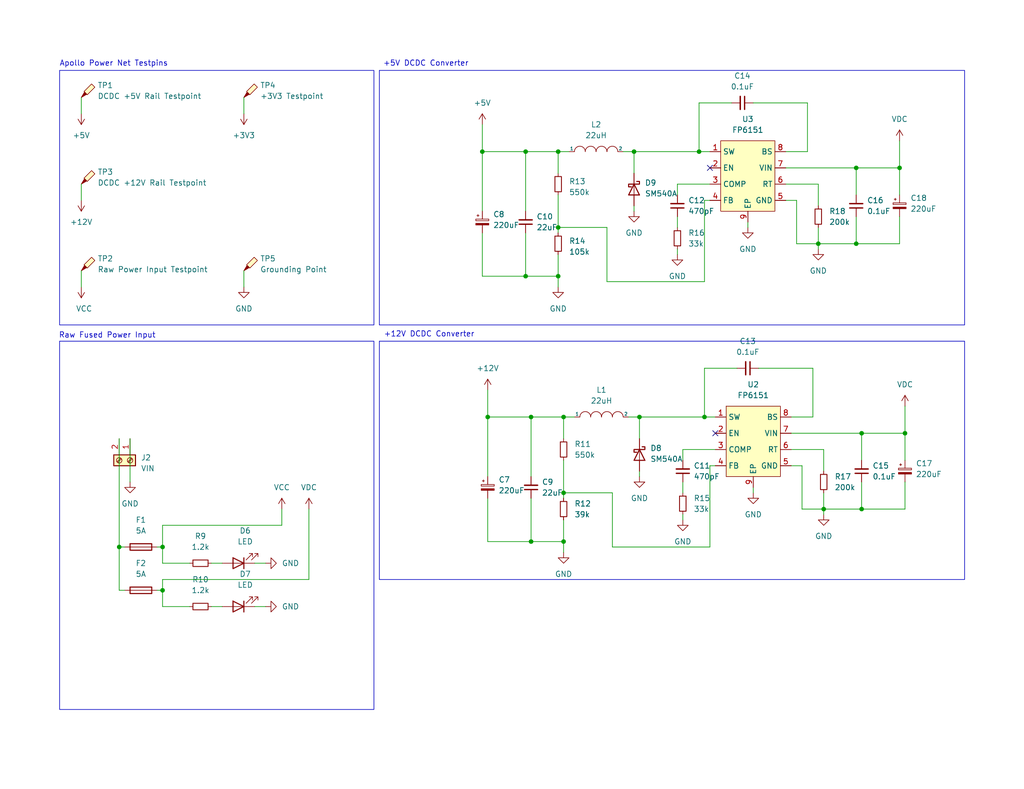
<source format=kicad_sch>
(kicad_sch (version 20231120) (generator "eeschema") (generator_version "8.0")
  (paper "User" 240 185)
  (title_block (title "Prometheus mSLA Apollo Power Supply Schematics") (date "2024-04-17") (rev "V3.6") (company "TheContrappostoShop") (comment 1 "Paul S. and Sam B."))
  (lib_symbols
    (symbol "Connector:Screw_Terminal_01x02" (pin_names (offset 1.016) hide)
      (property "Reference" "J" (at 0 2.54 0))
      (property "Value" "Screw_Terminal_01x02" (at 0 -5.08 0))
      (symbol "Screw_Terminal_01x02_1_1"
        (rectangle (start -1.27 1.27) (end 1.27 -3.81) (stroke (width 0.254)) (fill (type background)))
        (circle (center 0 -2.54) (radius 0.635) (stroke (width 0.1524)))
        (polyline (pts (xy -0.5334 -2.2098) (xy 0.3302 -3.048)) (stroke (width 0.1524)))
        (polyline (pts (xy -0.5334 0.3302) (xy 0.3302 -0.508)) (stroke (width 0.1524)))
        (polyline (pts (xy -0.3556 -2.032) (xy 0.508 -2.8702)) (stroke (width 0.1524)))
        (polyline (pts (xy -0.3556 0.508) (xy 0.508 -0.3302)) (stroke (width 0.1524)))
        (circle (center 0 0) (radius 0.635) (stroke (width 0.1524)))
        (pin passive line (at -5.08 0 0) (length 3.81) (name "Pin_1") (number "1"))
        (pin passive line (at -5.08 -2.54 0) (length 3.81) (name "Pin_2") (number "2"))
      )
    )
    (symbol "Connector:TestPoint_Probe" (pin_numbers hide) (pin_names (offset 0.762) hide)
      (property "Reference" "TP" (at 1.651 5.842 0))
      (property "Value" "TestPoint_Probe" (at 1.651 4.064 0))
      (symbol "TestPoint_Probe_0_1"
        (polyline (pts (xy 1.27 0.762) (xy 0 0) (xy 0.762 1.27) (xy 1.27 0.762)) (fill (type outline)))
        (polyline (pts (xy 1.397 0.635) (xy 0.635 1.397) (xy 2.413 3.175) (xy 3.175 2.413) (xy 1.397 0.635)) (fill (type background)))
      )
      (symbol "TestPoint_Probe_1_1"
        (pin passive line (at 0 0 90) (length 0) (name "1") (number "1"))
      )
    )
    (symbol "Custom:FP6151"
      (property "Reference" "U" (at -3.81 8.89 0))
      (property "Value" "FP6151" (at 5.08 -10.16 0))
      (symbol "FP6151_0_1"
        (rectangle (start -6.35 7.62) (end 6.35 -8.89) (fill (type background)))
      )
      (symbol "FP6151_1_1"
        (pin output line (at -8.89 5.08 0) (length 2.54) (name "SW") (number "1"))
        (pin input line (at -8.89 1.27 0) (length 2.54) (name "EN") (number "2"))
        (pin output line (at -8.89 -2.54 0) (length 2.54) (name "COMP") (number "3"))
        (pin input line (at -8.89 -6.35 0) (length 2.54) (name "FB") (number "4"))
        (pin power_out line (at 8.89 -6.35 180) (length 2.54) (name "GND") (number "5"))
        (pin input line (at 8.89 -2.54 180) (length 2.54) (name "RT") (number "6"))
        (pin power_in line (at 8.89 1.27 180) (length 2.54) (name "VIN") (number "7"))
        (pin output line (at 8.89 5.08 180) (length 2.54) (name "BS") (number "8"))
        (pin power_out line (at 0 -11.43 90) (length 2.54) (name "EP") (number "9"))
      )
    )
    (symbol "Device:C_Polarized_Small" (pin_numbers hide) (pin_names (offset 0.254) hide)
      (property "Reference" "C" (at 0.254 1.778 0))
      (property "Value" "C_Polarized_Small" (at 0.254 -2.032 0))
      (symbol "C_Polarized_Small_0_1"
        (rectangle (start -1.524 -0.3048) (end 1.524 -0.6858) (fill (type outline)))
        (rectangle (start -1.524 0.6858) (end 1.524 0.3048))
        (polyline (pts (xy -1.27 1.524) (xy -0.762 1.524)))
        (polyline (pts (xy -1.016 1.27) (xy -1.016 1.778)))
      )
      (symbol "C_Polarized_Small_1_1"
        (pin passive line (at 0 2.54 270) (length 1.8542) (name "~") (number "1"))
        (pin passive line (at 0 -2.54 90) (length 1.8542) (name "~") (number "2"))
      )
    )
    (symbol "Device:C_Small" (pin_numbers hide) (pin_names (offset 0.254) hide)
      (property "Reference" "C" (at 0.254 1.778 0))
      (property "Value" "C_Small" (at 0.254 -2.032 0))
      (symbol "C_Small_0_1"
        (polyline (pts (xy -1.524 -0.508) (xy 1.524 -0.508)) (stroke (width 0.3302)))
        (polyline (pts (xy -1.524 0.508) (xy 1.524 0.508)) (stroke (width 0.3048)))
      )
      (symbol "C_Small_1_1"
        (pin passive line (at 0 2.54 270) (length 2.032) (name "~") (number "1"))
        (pin passive line (at 0 -2.54 90) (length 2.032) (name "~") (number "2"))
      )
    )
    (symbol "Device:D_Schottky" (pin_numbers hide) (pin_names (offset 1.016) hide)
      (property "Reference" "D" (at 0 2.54 0))
      (property "Value" "D_Schottky" (at 0 -2.54 0))
      (symbol "D_Schottky_0_1"
        (polyline (pts (xy 1.27 0) (xy -1.27 0)))
        (polyline (pts (xy 1.27 1.27) (xy 1.27 -1.27) (xy -1.27 0) (xy 1.27 1.27)) (stroke (width 0.254)))
        (polyline (pts (xy -1.905 0.635) (xy -1.905 1.27) (xy -1.27 1.27) (xy -1.27 -1.27) (xy -0.635 -1.27) (xy -0.635 -0.635)) (stroke (width 0.254)))
      )
      (symbol "D_Schottky_1_1"
        (pin passive line (at -3.81 0 0) (length 2.54) (name "K") (number "1"))
        (pin passive line (at 3.81 0 180) (length 2.54) (name "A") (number "2"))
      )
    )
    (symbol "Device:Fuse" (pin_numbers hide) (pin_names (offset 0))
      (property "Reference" "F" (at 2.032 0 90))
      (property "Value" "Fuse" (at -1.905 0 90))
      (symbol "Fuse_0_1"
        (rectangle (start -0.762 -2.54) (end 0.762 2.54) (stroke (width 0.254)))
        (polyline (pts (xy 0 2.54) (xy 0 -2.54)))
      )
      (symbol "Fuse_1_1"
        (pin passive line (at 0 3.81 270) (length 1.27) (name "~") (number "1"))
        (pin passive line (at 0 -3.81 90) (length 1.27) (name "~") (number "2"))
      )
    )
    (symbol "Device:LED" (pin_numbers hide) (pin_names (offset 1.016) hide)
      (property "Reference" "D" (at 0 2.54 0))
      (property "Value" "LED" (at 0 -2.54 0))
      (symbol "LED_0_1"
        (polyline (pts (xy -1.27 -1.27) (xy -1.27 1.27)) (stroke (width 0.254)))
        (polyline (pts (xy -1.27 0) (xy 1.27 0)))
        (polyline (pts (xy 1.27 -1.27) (xy 1.27 1.27) (xy -1.27 0) (xy 1.27 -1.27)) (stroke (width 0.254)))
        (polyline (pts (xy -3.048 -0.762) (xy -4.572 -2.286) (xy -3.81 -2.286) (xy -4.572 -2.286) (xy -4.572 -1.524)))
        (polyline (pts (xy -1.778 -0.762) (xy -3.302 -2.286) (xy -2.54 -2.286) (xy -3.302 -2.286) (xy -3.302 -1.524)))
      )
      (symbol "LED_1_1"
        (pin passive line (at -3.81 0 0) (length 2.54) (name "K") (number "1"))
        (pin passive line (at 3.81 0 180) (length 2.54) (name "A") (number "2"))
      )
    )
    (symbol "Device:R_Small" (pin_numbers hide) (pin_names (offset 0.254) hide)
      (property "Reference" "R" (at 0.762 0.508 0))
      (property "Value" "R_Small" (at 0.762 -1.016 0))
      (symbol "R_Small_0_1"
        (rectangle (start -0.762 1.778) (end 0.762 -1.778) (stroke (width 0.2032)))
      )
      (symbol "R_Small_1_1"
        (pin passive line (at 0 2.54 270) (length 0.762) (name "~") (number "1"))
        (pin passive line (at 0 -2.54 90) (length 0.762) (name "~") (number "2"))
      )
    )
    (symbol "power:+12V" (power) (pin_names (offset 0))
      (property "Value" "+12V" (at 0 3.556 0))
      (symbol "+12V_0_1"
        (polyline (pts (xy -0.762 1.27) (xy 0 2.54)))
        (polyline (pts (xy 0 0) (xy 0 2.54)))
        (polyline (pts (xy 0 2.54) (xy 0.762 1.27)))
      )
      (symbol "+12V_1_1"
        (pin power_in line (at 0 0 90) (length 0) hide (name "+12V") (number "1"))
      )
    )
    (symbol "power:+3.3V" (power) (pin_names (offset 0))
      (property "Value" "+3.3V" (at 0 3.556 0))
      (symbol "+3.3V_0_1"
        (polyline (pts (xy -0.762 1.27) (xy 0 2.54)))
        (polyline (pts (xy 0 0) (xy 0 2.54)))
        (polyline (pts (xy 0 2.54) (xy 0.762 1.27)))
      )
      (symbol "+3.3V_1_1"
        (pin power_in line (at 0 0 90) (length 0) hide (name "+3V3") (number "1"))
      )
    )
    (symbol "power:+5V" (power) (pin_names (offset 0))
      (property "Value" "+5V" (at 0 3.556 0))
      (symbol "+5V_0_1"
        (polyline (pts (xy -0.762 1.27) (xy 0 2.54)))
        (polyline (pts (xy 0 0) (xy 0 2.54)))
        (polyline (pts (xy 0 2.54) (xy 0.762 1.27)))
      )
      (symbol "+5V_1_1"
        (pin power_in line (at 0 0 90) (length 0) hide (name "+5V") (number "1"))
      )
    )
    (symbol "power:GND" (power) (pin_names (offset 0))
      (property "Value" "GND" (at 0 -3.81 0))
      (symbol "GND_0_1"
        (polyline (pts (xy 0 0) (xy 0 -1.27) (xy 1.27 -1.27) (xy 0 -2.54) (xy -1.27 -1.27) (xy 0 -1.27)))
      )
      (symbol "GND_1_1"
        (pin power_in line (at 0 0 270) (length 0) hide (name "GND") (number "1"))
      )
    )
    (symbol "power:VCC" (power) (pin_names (offset 0))
      (property "Value" "VCC" (at 0 3.81 0))
      (symbol "VCC_0_1"
        (polyline (pts (xy -0.762 1.27) (xy 0 2.54)))
        (polyline (pts (xy 0 0) (xy 0 2.54)))
        (polyline (pts (xy 0 2.54) (xy 0.762 1.27)))
      )
      (symbol "VCC_1_1"
        (pin power_in line (at 0 0 90) (length 0) hide (name "VCC") (number "1"))
      )
    )
    (symbol "power:VDC" (power) (pin_names (offset 0))
      (property "Value" "VDC" (at 0 6.35 0))
      (symbol "VDC_0_1"
        (polyline (pts (xy -0.762 1.27) (xy 0 2.54)))
        (polyline (pts (xy 0 0) (xy 0 2.54)))
        (polyline (pts (xy 0 2.54) (xy 0.762 1.27)))
      )
      (symbol "VDC_1_1"
        (pin power_in line (at 0 0 90) (length 0) hide (name "VDC") (number "1"))
      )
    )
    (symbol "pspice:INDUCTOR" (pin_numbers hide) (pin_names (offset 0))
      (property "Reference" "L" (at 0 2.54 0))
      (property "Value" "INDUCTOR" (at 0 -1.27 0))
      (symbol "INDUCTOR_0_1"
        (arc (start -2.54 0) (mid -3.81 1.2645) (end -5.08 0))
        (arc (start 0 0) (mid -1.27 1.2645) (end -2.54 0))
        (arc (start 2.54 0) (mid 1.27 1.2645) (end 0 0))
        (arc (start 5.08 0) (mid 3.81 1.2645) (end 2.54 0))
      )
      (symbol "INDUCTOR_1_1"
        (pin input line (at -6.35 0 0) (length 1.27) (name "1") (number "1"))
        (pin input line (at 6.35 0 180) (length 1.27) (name "2") (number "2"))
      )
    )
  )
  (junction (at 201.93 119.38))
  (junction (at 200.66 57.15))
  (junction (at 27.94 128.27))
  (junction (at 124.46 97.79))
  (junction (at 130.81 35.56))
  (junction (at 210.82 39.37))
  (junction (at 123.19 64.77))
  (junction (at 132.08 115.57))
  (junction (at 130.81 64.77))
  (junction (at 163.83 35.56))
  (junction (at 113.03 35.56))
  (junction (at 149.86 97.79))
  (junction (at 191.77 57.15))
  (junction (at 148.59 35.56))
  (junction (at 124.46 127))
  (junction (at 165.1 97.79))
  (junction (at 114.3 97.79))
  (junction (at 193.04 119.38))
  (junction (at 212.09 101.6))
  (junction (at 38.1 128.27))
  (junction (at 123.19 35.56))
  (junction (at 38.1 138.43))
  (junction (at 132.08 97.79))
  (junction (at 201.93 101.6))
  (junction (at 200.66 39.37))
  (junction (at 132.08 127))
  (junction (at 130.81 53.34))
  (no_connect (at 166.37 39.37))
  (no_connect (at 167.64 101.6))
  (wire (pts (xy 189.23 24.13) (xy 189.23 35.56)))
  (wire (pts (xy 38.1 128.27) (xy 38.1 123.19)))
  (wire (pts (xy 210.82 57.15) (xy 200.66 57.15)))
  (wire (pts (xy 210.82 39.37) (xy 210.82 45.72)))
  (wire (pts (xy 132.08 97.79) (xy 132.08 102.87)))
  (wire (pts (xy 49.53 132.08) (xy 52.07 132.08)))
  (wire (pts (xy 123.19 64.77) (xy 130.81 64.77)))
  (wire (pts (xy 166.37 46.99) (xy 165.1 46.99)))
  (wire (pts (xy 212.09 95.25) (xy 212.09 101.6)))
  (wire (pts (xy 130.81 67.31) (xy 130.81 64.77)))
  (wire (pts (xy 201.93 101.6) (xy 201.93 107.95)))
  (wire (pts (xy 149.86 111.76) (xy 149.86 110.49)))
  (wire (pts (xy 29.21 128.27) (xy 27.94 128.27)))
  (wire (pts (xy 191.77 57.15) (xy 200.66 57.15)))
  (wire (pts (xy 160.02 121.92) (xy 160.02 120.65)))
  (wire (pts (xy 176.53 24.13) (xy 189.23 24.13)))
  (wire (pts (xy 114.3 91.44) (xy 114.3 97.79)))
  (wire (pts (xy 166.37 109.22) (xy 166.37 128.27)))
  (wire (pts (xy 167.64 109.22) (xy 166.37 109.22)))
  (wire (pts (xy 113.03 64.77) (xy 113.03 54.61)))
  (wire (pts (xy 200.66 50.8) (xy 200.66 57.15)))
  (wire (pts (xy 38.1 132.08) (xy 38.1 128.27)))
  (wire (pts (xy 165.1 46.99) (xy 165.1 66.04)))
  (wire (pts (xy 57.15 22.86) (xy 57.15 26.67)))
  (wire (pts (xy 148.59 40.64) (xy 148.59 35.56)))
  (wire (pts (xy 166.37 128.27) (xy 143.51 128.27)))
  (wire (pts (xy 176.53 115.57) (xy 176.53 114.3)))
  (wire (pts (xy 193.04 110.49) (xy 193.04 105.41)))
  (wire (pts (xy 158.75 50.8) (xy 158.75 53.34)))
  (wire (pts (xy 165.1 66.04) (xy 142.24 66.04)))
  (wire (pts (xy 177.8 86.36) (xy 190.5 86.36)))
  (wire (pts (xy 185.42 101.6) (xy 201.93 101.6)))
  (wire (pts (xy 66.04 123.19) (xy 66.04 119.38)))
  (wire (pts (xy 163.83 35.56) (xy 163.83 24.13)))
  (wire (pts (xy 124.46 97.79) (xy 132.08 97.79)))
  (wire (pts (xy 114.3 127) (xy 114.3 116.84)))
  (wire (pts (xy 163.83 35.56) (xy 166.37 35.56)))
  (wire (pts (xy 185.42 105.41) (xy 193.04 105.41)))
  (wire (pts (xy 132.08 97.79) (xy 134.62 97.79)))
  (wire (pts (xy 19.05 43.18) (xy 19.05 46.99)))
  (wire (pts (xy 193.04 115.57) (xy 193.04 119.38)))
  (wire (pts (xy 38.1 138.43) (xy 38.1 135.89)))
  (wire (pts (xy 212.09 113.03) (xy 212.09 119.38)))
  (wire (pts (xy 124.46 111.76) (xy 124.46 97.79)))
  (wire (pts (xy 175.26 53.34) (xy 175.26 52.07)))
  (wire (pts (xy 123.19 49.53) (xy 123.19 35.56)))
  (wire (pts (xy 124.46 127) (xy 132.08 127)))
  (wire (pts (xy 123.19 54.61) (xy 123.19 64.77)))
  (wire (pts (xy 38.1 128.27) (xy 36.83 128.27)))
  (wire (pts (xy 165.1 86.36) (xy 172.72 86.36)))
  (wire (pts (xy 123.19 64.77) (xy 113.03 64.77)))
  (wire (pts (xy 142.24 53.34) (xy 130.81 53.34)))
  (wire (pts (xy 132.08 115.57) (xy 132.08 116.84)))
  (wire (pts (xy 160.02 105.41) (xy 167.64 105.41)))
  (wire (pts (xy 44.45 142.24) (xy 38.1 142.24)))
  (wire (pts (xy 142.24 66.04) (xy 142.24 53.34)))
  (wire (pts (xy 27.94 128.27) (xy 27.94 138.43)))
  (wire (pts (xy 49.53 142.24) (xy 52.07 142.24)))
  (wire (pts (xy 193.04 120.65) (xy 193.04 119.38)))
  (wire (pts (xy 187.96 109.22) (xy 187.96 119.38)))
  (wire (pts (xy 193.04 119.38) (xy 201.93 119.38)))
  (wire (pts (xy 130.81 35.56) (xy 130.81 40.64)))
  (wire (pts (xy 200.66 39.37) (xy 210.82 39.37)))
  (wire (pts (xy 113.03 29.21) (xy 113.03 35.56)))
  (wire (pts (xy 130.81 53.34) (xy 130.81 54.61)))
  (wire (pts (xy 44.45 132.08) (xy 38.1 132.08)))
  (wire (pts (xy 185.42 109.22) (xy 187.96 109.22)))
  (wire (pts (xy 147.32 97.79) (xy 149.86 97.79)))
  (wire (pts (xy 201.93 113.03) (xy 201.93 119.38)))
  (wire (pts (xy 38.1 138.43) (xy 36.83 138.43)))
  (wire (pts (xy 184.15 46.99) (xy 186.69 46.99)))
  (wire (pts (xy 124.46 116.84) (xy 124.46 127)))
  (wire (pts (xy 165.1 97.79) (xy 167.64 97.79)))
  (wire (pts (xy 191.77 58.42) (xy 191.77 57.15)))
  (wire (pts (xy 189.23 35.56) (xy 184.15 35.56)))
  (wire (pts (xy 38.1 123.19) (xy 66.04 123.19)))
  (wire (pts (xy 184.15 39.37) (xy 200.66 39.37)))
  (wire (pts (xy 160.02 113.03) (xy 160.02 115.57)))
  (wire (pts (xy 149.86 97.79) (xy 165.1 97.79)))
  (wire (pts (xy 124.46 127) (xy 114.3 127)))
  (wire (pts (xy 62.23 142.24) (xy 59.69 142.24)))
  (wire (pts (xy 38.1 142.24) (xy 38.1 138.43)))
  (wire (pts (xy 30.48 102.87) (xy 30.48 113.03)))
  (wire (pts (xy 148.59 49.53) (xy 148.59 48.26)))
  (wire (pts (xy 191.77 48.26) (xy 191.77 43.18)))
  (wire (pts (xy 190.5 86.36) (xy 190.5 97.79)))
  (wire (pts (xy 143.51 115.57) (xy 132.08 115.57)))
  (wire (pts (xy 114.3 97.79) (xy 124.46 97.79)))
  (wire (pts (xy 130.81 35.56) (xy 133.35 35.56)))
  (wire (pts (xy 130.81 53.34) (xy 130.81 45.72)))
  (wire (pts (xy 160.02 107.95) (xy 160.02 105.41)))
  (wire (pts (xy 163.83 24.13) (xy 171.45 24.13)))
  (wire (pts (xy 158.75 43.18) (xy 166.37 43.18)))
  (wire (pts (xy 212.09 101.6) (xy 212.09 107.95)))
  (wire (pts (xy 146.05 35.56) (xy 148.59 35.56)))
  (wire (pts (xy 149.86 102.87) (xy 149.86 97.79)))
  (wire (pts (xy 132.08 129.54) (xy 132.08 127)))
  (wire (pts (xy 186.69 57.15) (xy 191.77 57.15)))
  (wire (pts (xy 72.39 119.38) (xy 72.39 135.89)))
  (wire (pts (xy 38.1 135.89) (xy 72.39 135.89)))
  (wire (pts (xy 186.69 46.99) (xy 186.69 57.15)))
  (wire (pts (xy 130.81 64.77) (xy 130.81 59.69)))
  (wire (pts (xy 114.3 111.76) (xy 114.3 97.79)))
  (wire (pts (xy 158.75 45.72) (xy 158.75 43.18)))
  (wire (pts (xy 123.19 35.56) (xy 130.81 35.56)))
  (wire (pts (xy 113.03 35.56) (xy 123.19 35.56)))
  (wire (pts (xy 191.77 53.34) (xy 191.77 57.15)))
  (wire (pts (xy 148.59 35.56) (xy 163.83 35.56)))
  (wire (pts (xy 143.51 128.27) (xy 143.51 115.57)))
  (wire (pts (xy 19.05 63.5) (xy 19.05 67.31)))
  (wire (pts (xy 27.94 102.87) (xy 27.94 128.27)))
  (wire (pts (xy 212.09 119.38) (xy 201.93 119.38)))
  (wire (pts (xy 201.93 101.6) (xy 212.09 101.6)))
  (wire (pts (xy 200.66 39.37) (xy 200.66 45.72)))
  (wire (pts (xy 57.15 63.5) (xy 57.15 67.31)))
  (wire (pts (xy 29.21 138.43) (xy 27.94 138.43)))
  (wire (pts (xy 19.05 22.86) (xy 19.05 26.67)))
  (wire (pts (xy 210.82 33.02) (xy 210.82 39.37)))
  (wire (pts (xy 132.08 127) (xy 132.08 121.92)))
  (wire (pts (xy 113.03 49.53) (xy 113.03 35.56)))
  (wire (pts (xy 158.75 59.69) (xy 158.75 58.42)))
  (wire (pts (xy 190.5 97.79) (xy 185.42 97.79)))
  (wire (pts (xy 187.96 119.38) (xy 193.04 119.38)))
  (wire (pts (xy 165.1 97.79) (xy 165.1 86.36)))
  (wire (pts (xy 62.23 132.08) (xy 59.69 132.08)))
  (wire (pts (xy 132.08 115.57) (xy 132.08 107.95)))
  (wire (pts (xy 210.82 50.8) (xy 210.82 57.15)))
  (wire (pts (xy 184.15 43.18) (xy 191.77 43.18)))
  (rectangle (start 88.9 16.51) (end 226.06 76.2))
  (rectangle (start 13.97 80.01) (end 87.63 166.37))
  (rectangle (start 88.9 80.01) (end 226.06 135.89))
  (rectangle (start 13.97 16.51) (end 87.63 76.2))
  (text "+5V DCDC Converter" (at 99.822 14.986 0) (effects (font (size 1.27 1.27))))
  (text "Raw Fused Power Input" (at 25.146 78.74 0) (effects (font (size 1.27 1.27))))
  (text "Apollo Power Net Testpins" (at 26.67 14.986 0) (effects (font (size 1.27 1.27))))
  (text "+12V DCDC Converter" (at 100.584 78.486 0) (effects (font (size 1.27 1.27))))
  (symbol (lib_id "Device:C_Polarized_Small") (at 113.03 52.07 0) (unit 1)
    (property "Reference" "C8" (at 115.57 50.2538 0) (effects (justify left)))
    (property "Value" "220uF" (at 115.57 52.7938 0) (effects (justify left)))
    (property "Footprint" "Capacitor_SMD:CP_Elec_8x10.5" (effects (hide yes)))
  )
  (symbol (lib_id "Device:C_Small") (at 158.75 48.26 180) (unit 1)
    (property "Reference" "C12" (at 161.29 46.9835 0) (effects (justify right)))
    (property "Value" "470pF" (at 161.29 49.5235 0) (effects (justify right)))
    (property "Footprint" "Capacitor_SMD:C_0603_1608Metric" (effects (hide yes)))
  )
  (symbol (lib_id "Device:R_Small") (at 132.08 105.41 0) (unit 1)
    (property "Reference" "R11" (at 134.62 104.1399 0) (effects (justify left)))
    (property "Value" "550k" (at 134.62 106.6799 0) (effects (justify left)))
    (property "Footprint" "Resistor_SMD:R_0603_1608Metric" (effects (hide yes)))
  )
  (symbol (lib_id "Connector:TestPoint_Probe") (at 57.15 22.86 0) (unit 1)
    (property "Reference" "TP4" (at 60.96 20.0024 0) (effects (justify left)))
    (property "Value" "+3V3 Testpoint" (at 60.96 22.5424 0) (effects (justify left)))
    (property "Footprint" "TestPoint:TestPoint_Pad_3.0x3.0mm" (effects (hide yes)))
  )
  (symbol (lib_id "Device:LED") (at 55.88 142.24 180) (unit 1)
    (property "Reference" "D7" (at 57.4675 134.62 0))
    (property "Value" "LED" (at 57.4675 137.16 0))
    (property "Footprint" "LED_SMD:LED_0603_1608Metric" (effects (hide yes)))
  )
  (symbol (lib_id "power:GND") (at 175.26 53.34 0) (unit 1)
    (property "Reference" "#PWR029" (effects (hide yes)))
    (property "Value" "GND" (at 175.26 58.42 0))
  )
  (symbol (lib_id "power:GND") (at 57.15 67.31 0) (unit 1)
    (property "Reference" "#PWR05" (effects (hide yes)))
    (property "Value" "GND" (at 57.15 72.39 0))
  )
  (symbol (lib_id "power:VDC") (at 212.09 95.25 0) (unit 1)
    (property "Reference" "#PWR032" (effects (hide yes)))
    (property "Value" "VDC" (at 212.09 90.17 0))
  )
  (symbol (lib_id "power:GND") (at 30.48 113.03 0) (unit 1)
    (property "Reference" "#PWR015" (effects (hide yes)))
    (property "Value" "GND" (at 30.48 118.11 0))
  )
  (symbol (lib_id "Device:R_Small") (at 130.81 57.15 0) (unit 1)
    (property "Reference" "R14" (at 133.35 56.515 0) (effects (justify left)))
    (property "Value" "105k" (at 133.35 59.055 0) (effects (justify left)))
    (property "Footprint" "Resistor_SMD:R_0603_1608Metric" (effects (hide yes)))
  )
  (symbol (lib_id "power:VDC") (at 72.39 119.38 0) (unit 1)
    (property "Reference" "#PWR019" (effects (hide yes)))
    (property "Value" "VDC" (at 72.39 114.3 0))
  )
  (symbol (lib_id "Device:C_Small") (at 124.46 114.3 180) (unit 1)
    (property "Reference" "C9" (at 127 113.0235 0) (effects (justify right)))
    (property "Value" "22uF" (at 127 115.5635 0) (effects (justify right)))
    (property "Footprint" "Capacitor_SMD:C_0603_1608Metric" (effects (hide yes)))
  )
  (symbol (lib_id "power:VCC") (at 66.04 119.38 0) (unit 1)
    (property "Reference" "#PWR018" (effects (hide yes)))
    (property "Value" "VCC" (at 66.04 114.3 0))
  )
  (symbol (lib_id "Connector:TestPoint_Probe") (at 19.05 63.5 0) (unit 1)
    (property "Reference" "TP2" (at 22.86 60.6424 0) (effects (justify left)))
    (property "Value" "Raw Power Input Testpoint" (at 22.86 63.1824 0) (effects (justify left)))
    (property "Footprint" "TestPoint:TestPoint_Pad_3.0x3.0mm" (effects (hide yes)))
  )
  (symbol (lib_id "power:+3.3V") (at 57.15 26.67 180) (unit 1)
    (property "Reference" "#PWR04" (effects (hide yes)))
    (property "Value" "+3V3" (at 57.15 31.75 0))
  )
  (symbol (lib_id "Device:C_Polarized_Small") (at 114.3 114.3 0) (unit 1)
    (property "Reference" "C7" (at 116.84 112.4838 0) (effects (justify left)))
    (property "Value" "220uF" (at 116.84 115.0238 0) (effects (justify left)))
    (property "Footprint" "Capacitor_SMD:CP_Elec_8x10.5" (effects (hide yes)))
  )
  (symbol (lib_id "Custom:FP6151") (at 176.53 102.87 0) (unit 1)
    (property "Reference" "U2" (at 176.53 90.17 0))
    (property "Value" "FP6151" (at 176.53 92.71 0))
    (property "Footprint" "Package_SO:HSOP-8-1EP_3.9x4.9mm_P1.27mm_EP2.3x2.3mm" (effects (hide yes)))
  )
  (symbol (lib_id "Device:C_Small") (at 160.02 110.49 180) (unit 1)
    (property "Reference" "C11" (at 162.56 109.2135 0) (effects (justify right)))
    (property "Value" "470pF" (at 162.56 111.7535 0) (effects (justify right)))
    (property "Footprint" "Capacitor_SMD:C_0603_1608Metric" (effects (hide yes)))
  )
  (symbol (lib_id "Device:LED") (at 55.88 132.08 180) (unit 1)
    (property "Reference" "D6" (at 57.4675 124.46 0))
    (property "Value" "LED" (at 57.4675 127 0))
    (property "Footprint" "LED_SMD:LED_0603_1608Metric" (effects (hide yes)))
  )
  (symbol (lib_id "Device:C_Small") (at 200.66 48.26 180) (unit 1)
    (property "Reference" "C16" (at 203.2 46.9835 0) (effects (justify right)))
    (property "Value" "0.1uF" (at 203.2 49.5235 0) (effects (justify right)))
    (property "Footprint" "Capacitor_SMD:C_0603_1608Metric" (effects (hide yes)))
  )
  (symbol (lib_id "power:GND") (at 62.23 142.24 90) (unit 1)
    (property "Reference" "#PWR017" (effects (hide yes)))
    (property "Value" "GND" (at 66.04 142.2399 90) (effects (justify right)))
  )
  (symbol (lib_id "Device:D_Schottky") (at 149.86 106.68 270) (unit 1)
    (property "Reference" "D8" (at 152.4 105.0924 90) (effects (justify left)))
    (property "Value" "SM540A" (at 152.4 107.6324 90) (effects (justify left)))
    (property "Footprint" "Diode_SMD:D_SMA" (effects (hide yes)))
  )
  (symbol (lib_id "Device:R_Small") (at 130.81 43.18 0) (unit 1)
    (property "Reference" "R13" (at 133.35 42.545 0) (effects (justify left)))
    (property "Value" "550k" (at 133.35 45.085 0) (effects (justify left)))
    (property "Footprint" "Resistor_SMD:R_0603_1608Metric" (effects (hide yes)))
  )
  (symbol (lib_id "Connector:TestPoint_Probe") (at 19.05 22.86 0) (unit 1)
    (property "Reference" "TP1" (at 22.86 20.0024 0) (effects (justify left)))
    (property "Value" "DCDC +5V Rail Testpoint" (at 22.86 22.5424 0) (effects (justify left)))
    (property "Footprint" "TestPoint:TestPoint_Pad_3.0x3.0mm" (effects (hide yes)))
  )
  (symbol (lib_id "Device:R_Small") (at 132.08 119.38 0) (unit 1)
    (property "Reference" "R12" (at 134.62 118.1099 0) (effects (justify left)))
    (property "Value" "39k" (at 134.62 120.6499 0) (effects (justify left)))
    (property "Footprint" "Resistor_SMD:R_0603_1608Metric" (effects (hide yes)))
  )
  (symbol (lib_id "pspice:INDUCTOR") (at 140.97 97.79 0) (unit 1)
    (property "Reference" "L1" (at 140.97 91.44 0))
    (property "Value" "22uH" (at 140.97 93.98 0))
    (property "Footprint" "Inductor_SMD:L_12x12mm_H8mm" (effects (hide yes)))
  )
  (symbol (lib_id "Connector:Screw_Terminal_01x02") (at 30.48 107.95 270) (unit 1)
    (property "Reference" "J2" (at 33.02 107.315 90) (effects (justify left)))
    (property "Value" "VIN" (at 33.02 109.855 90) (effects (justify left)))
    (property "Footprint" "Connector_Phoenix_MSTB:PhoenixContact_MSTBVA_2,5_2-G-5,08_1x02_P5.08mm_Vertical" (effects (hide yes)))
  )
  (symbol (lib_id "Device:R_Small") (at 158.75 55.88 0) (unit 1)
    (property "Reference" "R16" (at 161.29 54.6099 0) (effects (justify left)))
    (property "Value" "33k" (at 161.29 57.1499 0) (effects (justify left)))
    (property "Footprint" "Resistor_SMD:R_0603_1608Metric" (effects (hide yes)))
  )
  (symbol (lib_id "power:GND") (at 160.02 121.92 0) (unit 1)
    (property "Reference" "#PWR026" (effects (hide yes)))
    (property "Value" "GND" (at 160.02 127 0))
  )
  (symbol (lib_id "Device:R_Small") (at 46.99 132.08 90) (unit 1)
    (property "Reference" "R9" (at 46.99 125.73 90))
    (property "Value" "1.2k" (at 46.99 128.27 90))
    (property "Footprint" "Resistor_SMD:R_0603_1608Metric" (effects (hide yes)))
  )
  (symbol (lib_id "Device:R_Small") (at 191.77 50.8 0) (unit 1)
    (property "Reference" "R18" (at 194.31 49.5299 0) (effects (justify left)))
    (property "Value" "200k" (at 194.31 52.0699 0) (effects (justify left)))
    (property "Footprint" "Resistor_SMD:R_0603_1608Metric" (effects (hide yes)))
  )
  (symbol (lib_id "Device:R_Small") (at 160.02 118.11 0) (unit 1)
    (property "Reference" "R15" (at 162.56 116.8399 0) (effects (justify left)))
    (property "Value" "33k" (at 162.56 119.3799 0) (effects (justify left)))
    (property "Footprint" "Resistor_SMD:R_0603_1608Metric" (effects (hide yes)))
  )
  (symbol (lib_id "power:+12V") (at 114.3 91.44 0) (unit 1)
    (property "Reference" "#PWR020" (effects (hide yes)))
    (property "Value" "+12V" (at 114.3 86.36 0))
  )
  (symbol (lib_id "Device:Fuse") (at 33.02 138.43 90) (unit 1)
    (property "Reference" "F2" (at 33.02 132.08 90))
    (property "Value" "5A" (at 33.02 134.62 90))
    (property "Footprint" "Fuse:Fuseholder_Blade_Mini_Keystone_3568" (effects (hide yes)))
  )
  (symbol (lib_id "power:GND") (at 148.59 49.53 0) (unit 1)
    (property "Reference" "#PWR025" (effects (hide yes)))
    (property "Value" "GND" (at 148.59 54.61 0))
  )
  (symbol (lib_id "power:GND") (at 149.86 111.76 0) (unit 1)
    (property "Reference" "#PWR024" (effects (hide yes)))
    (property "Value" "GND" (at 149.86 116.84 0))
  )
  (symbol (lib_id "Device:C_Small") (at 201.93 110.49 180) (unit 1)
    (property "Reference" "C15" (at 204.47 109.2135 0) (effects (justify right)))
    (property "Value" "0.1uF" (at 204.47 111.7535 0) (effects (justify right)))
    (property "Footprint" "Capacitor_SMD:C_0603_1608Metric" (effects (hide yes)))
  )
  (symbol (lib_id "power:GND") (at 130.81 67.31 0) (unit 1)
    (property "Reference" "#PWR023" (effects (hide yes)))
    (property "Value" "GND" (at 130.81 72.39 0))
  )
  (symbol (lib_id "Device:C_Polarized_Small") (at 212.09 110.49 0) (unit 1)
    (property "Reference" "C17" (at 214.63 108.6738 0) (effects (justify left)))
    (property "Value" "220uF" (at 214.63 111.2138 0) (effects (justify left)))
    (property "Footprint" "Capacitor_SMD:CP_Elec_8x10.5" (effects (hide yes)))
  )
  (symbol (lib_id "Device:R_Small") (at 193.04 113.03 0) (unit 1)
    (property "Reference" "R17" (at 195.58 111.7599 0) (effects (justify left)))
    (property "Value" "200k" (at 195.58 114.2999 0) (effects (justify left)))
    (property "Footprint" "Resistor_SMD:R_0603_1608Metric" (effects (hide yes)))
  )
  (symbol (lib_id "power:+5V") (at 19.05 26.67 180) (unit 1)
    (property "Reference" "#PWR01" (effects (hide yes)))
    (property "Value" "+5V" (at 19.05 31.75 0))
  )
  (symbol (lib_id "Device:Fuse") (at 33.02 128.27 90) (unit 1)
    (property "Reference" "F1" (at 33.02 121.92 90))
    (property "Value" "5A" (at 33.02 124.46 90))
    (property "Footprint" "Fuse:Fuseholder_Blade_Mini_Keystone_3568" (effects (hide yes)))
  )
  (symbol (lib_id "Device:C_Polarized_Small") (at 210.82 48.26 0) (unit 1)
    (property "Reference" "C18" (at 213.36 46.4438 0) (effects (justify left)))
    (property "Value" "220uF" (at 213.36 48.9838 0) (effects (justify left)))
    (property "Footprint" "Capacitor_SMD:CP_Elec_8x10.5" (effects (hide yes)))
  )
  (symbol (lib_id "power:GND") (at 158.75 59.69 0) (unit 1)
    (property "Reference" "#PWR027" (effects (hide yes)))
    (property "Value" "GND" (at 158.75 64.77 0))
  )
  (symbol (lib_id "power:GND") (at 176.53 115.57 0) (unit 1)
    (property "Reference" "#PWR028" (effects (hide yes)))
    (property "Value" "GND" (at 176.53 120.65 0))
  )
  (symbol (lib_id "Device:C_Small") (at 175.26 86.36 270) (unit 1)
    (property "Reference" "C13" (at 175.2536 80.01 90))
    (property "Value" "0.1uF" (at 175.2536 82.55 90))
    (property "Footprint" "Capacitor_SMD:C_0603_1608Metric" (effects (hide yes)))
  )
  (symbol (lib_id "Device:R_Small") (at 46.99 142.24 90) (unit 1)
    (property "Reference" "R10" (at 46.99 135.89 90))
    (property "Value" "1.2k" (at 46.99 138.43 90))
    (property "Footprint" "Resistor_SMD:R_0603_1608Metric" (effects (hide yes)))
  )
  (symbol (lib_id "Custom:FP6151") (at 175.26 40.64 0) (unit 1)
    (property "Reference" "U3" (at 175.26 27.94 0))
    (property "Value" "FP6151" (at 175.26 30.48 0))
    (property "Footprint" "Package_SO:HSOP-8-1EP_3.9x4.9mm_P1.27mm_EP2.3x2.3mm" (effects (hide yes)))
  )
  (symbol (lib_id "power:+5V") (at 113.03 29.21 0) (unit 1)
    (property "Reference" "#PWR021" (effects (hide yes)))
    (property "Value" "+5V" (at 113.03 24.13 0))
  )
  (symbol (lib_id "power:VCC") (at 19.05 67.31 180) (unit 1)
    (property "Reference" "#PWR02" (effects (hide yes)))
    (property "Value" "VCC" (at 17.78 72.39 0) (effects (justify right)))
  )
  (symbol (lib_id "Device:C_Small") (at 123.19 52.07 180) (unit 1)
    (property "Reference" "C10" (at 125.73 50.7935 0) (effects (justify right)))
    (property "Value" "22uF" (at 125.73 53.3335 0) (effects (justify right)))
    (property "Footprint" "Capacitor_SMD:C_0603_1608Metric" (effects (hide yes)))
  )
  (symbol (lib_id "Device:D_Schottky") (at 148.59 44.45 270) (unit 1)
    (property "Reference" "D9" (at 151.13 42.8624 90) (effects (justify left)))
    (property "Value" "SM540A" (at 151.13 45.4024 90) (effects (justify left)))
    (property "Footprint" "Diode_SMD:D_SMA" (effects (hide yes)))
  )
  (symbol (lib_id "power:GND") (at 191.77 58.42 0) (unit 1)
    (property "Reference" "#PWR031" (effects (hide yes)))
    (property "Value" "GND" (at 191.77 63.5 0))
  )
  (symbol (lib_id "Connector:TestPoint_Probe") (at 19.05 43.18 0) (unit 1)
    (property "Reference" "TP3" (at 22.86 40.3224 0) (effects (justify left)))
    (property "Value" "DCDC +12V Rail Testpoint" (at 22.86 42.8624 0) (effects (justify left)))
    (property "Footprint" "TestPoint:TestPoint_Pad_3.0x3.0mm" (effects (hide yes)))
  )
  (symbol (lib_id "power:GND") (at 62.23 132.08 90) (unit 1)
    (property "Reference" "#PWR016" (effects (hide yes)))
    (property "Value" "GND" (at 66.04 132.0799 90) (effects (justify right)))
  )
  (symbol (lib_id "power:+12V") (at 19.05 46.99 180) (unit 1)
    (property "Reference" "#PWR03" (effects (hide yes)))
    (property "Value" "+12V" (at 19.05 52.07 0))
  )
  (symbol (lib_id "pspice:INDUCTOR") (at 139.7 35.56 0) (unit 1)
    (property "Reference" "L2" (at 139.7 29.21 0))
    (property "Value" "22uH" (at 139.7 31.75 0))
    (property "Footprint" "Inductor_SMD:L_12x12mm_H8mm" (effects (hide yes)))
  )
  (symbol (lib_id "power:GND") (at 132.08 129.54 0) (unit 1)
    (property "Reference" "#PWR022" (effects (hide yes)))
    (property "Value" "GND" (at 132.08 134.62 0))
  )
  (symbol (lib_id "power:GND") (at 193.04 120.65 0) (unit 1)
    (property "Reference" "#PWR030" (effects (hide yes)))
    (property "Value" "GND" (at 193.04 125.73 0))
  )
  (symbol (lib_id "Connector:TestPoint_Probe") (at 57.15 63.5 0) (unit 1)
    (property "Reference" "TP5" (at 60.96 60.6424 0) (effects (justify left)))
    (property "Value" "Grounding Point" (at 60.96 63.1824 0) (effects (justify left)))
    (property "Footprint" "TestPoint:TestPoint_Pad_3.0x3.0mm" (effects (hide yes)))
  )
  (symbol (lib_id "power:VDC") (at 210.82 33.02 0) (unit 1)
    (property "Reference" "#PWR033" (effects (hide yes)))
    (property "Value" "VDC" (at 210.82 27.94 0))
  )
  (symbol (lib_id "Device:C_Small") (at 173.99 24.13 270) (unit 1)
    (property "Reference" "C14" (at 173.9836 17.78 90))
    (property "Value" "0.1uF" (at 173.9836 20.32 90))
    (property "Footprint" "Capacitor_SMD:C_0603_1608Metric" (effects (hide yes)))
  )
)
</source>
